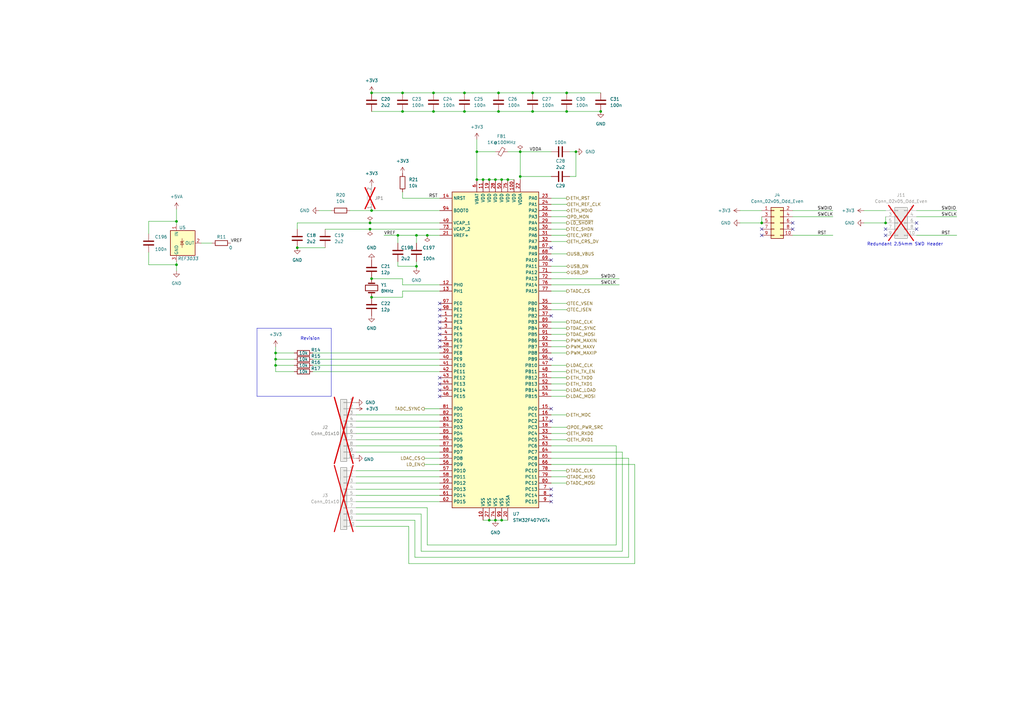
<source format=kicad_sch>
(kicad_sch (version 20230121) (generator eeschema)
  (paper "A3")
  (title_block (title "Kirdy") (date "2022-07-03") (rev "r0.1") (company "M-Labs") (comment 1 "Alex Wong Tat Hang"))
  (lib_symbols
    (symbol "Connector_Generic:Conn_01x10" (pin_names (offset 1.016) hide)
      (property "Reference" "J" (at 0 12.7 0))
      (property "Value" "Conn_01x10" (at 0 -15.24 0))
      (symbol "Conn_01x10_1_1"
        (rectangle (start -1.27 -12.573) (end 0 -12.827) (stroke (width 0.1524)))
        (rectangle (start -1.27 -10.033) (end 0 -10.287) (stroke (width 0.1524)))
        (rectangle (start -1.27 -7.493) (end 0 -7.747) (stroke (width 0.1524)))
        (rectangle (start -1.27 -4.953) (end 0 -5.207) (stroke (width 0.1524)))
        (rectangle (start -1.27 -2.413) (end 0 -2.667) (stroke (width 0.1524)))
        (rectangle (start -1.27 0.127) (end 0 -0.127) (stroke (width 0.1524)))
        (rectangle (start -1.27 2.667) (end 0 2.413) (stroke (width 0.1524)))
        (rectangle (start -1.27 5.207) (end 0 4.953) (stroke (width 0.1524)))
        (rectangle (start -1.27 7.747) (end 0 7.493) (stroke (width 0.1524)))
        (rectangle (start -1.27 10.287) (end 0 10.033) (stroke (width 0.1524)))
        (rectangle (start -1.27 11.43) (end 1.27 -13.97) (stroke (width 0.254)) (fill (type background)))
        (pin passive line (at -5.08 10.16 0) (length 3.81) (name "Pin_1") (number "1"))
        (pin passive line (at -5.08 -12.7 0) (length 3.81) (name "Pin_10") (number "10"))
        (pin passive line (at -5.08 7.62 0) (length 3.81) (name "Pin_2") (number "2"))
        (pin passive line (at -5.08 5.08 0) (length 3.81) (name "Pin_3") (number "3"))
        (pin passive line (at -5.08 2.54 0) (length 3.81) (name "Pin_4") (number "4"))
        (pin passive line (at -5.08 0 0) (length 3.81) (name "Pin_5") (number "5"))
        (pin passive line (at -5.08 -2.54 0) (length 3.81) (name "Pin_6") (number "6"))
        (pin passive line (at -5.08 -5.08 0) (length 3.81) (name "Pin_7") (number "7"))
        (pin passive line (at -5.08 -7.62 0) (length 3.81) (name "Pin_8") (number "8"))
        (pin passive line (at -5.08 -10.16 0) (length 3.81) (name "Pin_9") (number "9"))
      )
    )
    (symbol "Connector_Generic:Conn_02x05_Odd_Even" (pin_names (offset 1.016) hide)
      (property "Reference" "J" (at 1.27 7.62 0))
      (property "Value" "Conn_02x05_Odd_Even" (at 1.27 -7.62 0))
      (symbol "Conn_02x05_Odd_Even_1_1"
        (rectangle (start -1.27 -4.953) (end 0 -5.207) (stroke (width 0.1524)))
        (rectangle (start -1.27 -2.413) (end 0 -2.667) (stroke (width 0.1524)))
        (rectangle (start -1.27 0.127) (end 0 -0.127) (stroke (width 0.1524)))
        (rectangle (start -1.27 2.667) (end 0 2.413) (stroke (width 0.1524)))
        (rectangle (start -1.27 5.207) (end 0 4.953) (stroke (width 0.1524)))
        (rectangle (start -1.27 6.35) (end 3.81 -6.35) (stroke (width 0.254)) (fill (type background)))
        (rectangle (start 3.81 -4.953) (end 2.54 -5.207) (stroke (width 0.1524)))
        (rectangle (start 3.81 -2.413) (end 2.54 -2.667) (stroke (width 0.1524)))
        (rectangle (start 3.81 0.127) (end 2.54 -0.127) (stroke (width 0.1524)))
        (rectangle (start 3.81 2.667) (end 2.54 2.413) (stroke (width 0.1524)))
        (rectangle (start 3.81 5.207) (end 2.54 4.953) (stroke (width 0.1524)))
        (pin passive line (at -5.08 5.08 0) (length 3.81) (name "Pin_1") (number "1"))
        (pin passive line (at 7.62 -5.08 180) (length 3.81) (name "Pin_10") (number "10"))
        (pin passive line (at 7.62 5.08 180) (length 3.81) (name "Pin_2") (number "2"))
        (pin passive line (at -5.08 2.54 0) (length 3.81) (name "Pin_3") (number "3"))
        (pin passive line (at 7.62 2.54 180) (length 3.81) (name "Pin_4") (number "4"))
        (pin passive line (at -5.08 0 0) (length 3.81) (name "Pin_5") (number "5"))
        (pin passive line (at 7.62 0 180) (length 3.81) (name "Pin_6") (number "6"))
        (pin passive line (at -5.08 -2.54 0) (length 3.81) (name "Pin_7") (number "7"))
        (pin passive line (at 7.62 -2.54 180) (length 3.81) (name "Pin_8") (number "8"))
        (pin passive line (at -5.08 -5.08 0) (length 3.81) (name "Pin_9") (number "9"))
      )
    )
    (symbol "Device:C" (pin_numbers hide) (pin_names (offset 0.254))
      (property "Reference" "C" (at 0.635 2.54 0))
      (property "Value" "C" (at 0.635 -2.54 0))
      (symbol "C_0_1"
        (polyline (pts (xy -2.032 -0.762) (xy 2.032 -0.762)) (stroke (width 0.508)))
        (polyline (pts (xy -2.032 0.762) (xy 2.032 0.762)) (stroke (width 0.508)))
      )
      (symbol "C_1_1"
        (pin passive line (at 0 3.81 270) (length 2.794) (name "~") (number "1"))
        (pin passive line (at 0 -3.81 90) (length 2.794) (name "~") (number "2"))
      )
    )
    (symbol "Device:Crystal" (pin_numbers hide) (pin_names (offset 1.016) hide)
      (property "Reference" "Y" (at 0 3.81 0))
      (property "Value" "Crystal" (at 0 -3.81 0))
      (symbol "Crystal_0_1"
        (rectangle (start -1.143 2.54) (end 1.143 -2.54) (stroke (width 0.3048)))
        (polyline (pts (xy -2.54 0) (xy -1.905 0)))
        (polyline (pts (xy -1.905 -1.27) (xy -1.905 1.27)) (stroke (width 0.508)))
        (polyline (pts (xy 1.905 -1.27) (xy 1.905 1.27)) (stroke (width 0.508)))
        (polyline (pts (xy 2.54 0) (xy 1.905 0)))
      )
      (symbol "Crystal_1_1"
        (pin passive line (at -3.81 0 0) (length 1.27) (name "1") (number "1"))
        (pin passive line (at 3.81 0 180) (length 1.27) (name "2") (number "2"))
      )
    )
    (symbol "Device:FerriteBead_Small" (pin_numbers hide) (pin_names (offset 0))
      (property "Reference" "FB" (at 1.905 1.27 0))
      (property "Value" "FerriteBead_Small" (at 1.905 -1.27 0))
      (symbol "FerriteBead_Small_0_1"
        (polyline (pts (xy 0 -1.27) (xy 0 -0.7874)))
        (polyline (pts (xy 0 0.889) (xy 0 1.2954)))
        (polyline (pts (xy -1.8288 0.2794) (xy -1.1176 1.4986) (xy 1.8288 -0.2032) (xy 1.1176 -1.4224) (xy -1.8288 0.2794)))
      )
      (symbol "FerriteBead_Small_1_1"
        (pin passive line (at 0 2.54 270) (length 1.27) (name "~") (number "1"))
        (pin passive line (at 0 -2.54 90) (length 1.27) (name "~") (number "2"))
      )
    )
    (symbol "Device:R" (pin_numbers hide) (pin_names (offset 0))
      (property "Reference" "R" (at 2.032 0 90))
      (property "Value" "R" (at 0 0 90))
      (symbol "R_0_1"
        (rectangle (start -1.016 -2.54) (end 1.016 2.54) (stroke (width 0.254)))
      )
      (symbol "R_1_1"
        (pin passive line (at 0 3.81 270) (length 1.27) (name "~") (number "1"))
        (pin passive line (at 0 -3.81 90) (length 1.27) (name "~") (number "2"))
      )
    )
    (symbol "Jumper:Jumper_2_Open" (pin_names (offset 0) hide)
      (property "Reference" "JP" (at 0 2.794 0))
      (property "Value" "Jumper_2_Open" (at 0 -2.286 0))
      (symbol "Jumper_2_Open_0_0"
        (circle (center -2.032 0) (radius 0.508))
        (circle (center 2.032 0) (radius 0.508))
      )
      (symbol "Jumper_2_Open_0_1"
        (arc (start 1.524 1.27) (mid 0 1.778) (end -1.524 1.27))
      )
      (symbol "Jumper_2_Open_1_1"
        (pin passive line (at -5.08 0 0) (length 2.54) (name "A") (number "1"))
        (pin passive line (at 5.08 0 180) (length 2.54) (name "B") (number "2"))
      )
    )
    (symbol "MCU_ST_STM32F4:STM32F407VGTx"
      (property "Reference" "U" (at -17.78 64.77 0))
      (property "Value" "STM32F407VGTx" (at 12.7 64.77 0))
      (symbol "STM32F407VGTx_0_1"
        (rectangle (start -17.78 -66.04) (end 17.78 63.5) (stroke (width 0.254)) (fill (type background)))
      )
      (symbol "STM32F407VGTx_1_1"
        (pin bidirectional line (at -22.86 12.7 0) (length 5.08) (name "PE2") (number "1"))
        (pin power_in line (at -5.08 -71.12 90) (length 5.08) (name "VSS") (number "10"))
        (pin power_in line (at 7.62 68.58 270) (length 5.08) (name "VDD") (number "100"))
        (pin power_in line (at -5.08 68.58 270) (length 5.08) (name "VDD") (number "11"))
        (pin input line (at -22.86 25.4 0) (length 5.08) (name "PH0") (number "12"))
        (pin input line (at -22.86 22.86 0) (length 5.08) (name "PH1") (number "13"))
        (pin input line (at -22.86 60.96 0) (length 5.08) (name "NRST") (number "14"))
        (pin bidirectional line (at 22.86 -25.4 180) (length 5.08) (name "PC0") (number "15"))
        (pin bidirectional line (at 22.86 -27.94 180) (length 5.08) (name "PC1") (number "16"))
        (pin bidirectional line (at 22.86 -30.48 180) (length 5.08) (name "PC2") (number "17"))
        (pin bidirectional line (at 22.86 -33.02 180) (length 5.08) (name "PC3") (number "18"))
        (pin power_in line (at -2.54 68.58 270) (length 5.08) (name "VDD") (number "19"))
        (pin bidirectional line (at -22.86 10.16 0) (length 5.08) (name "PE3") (number "2"))
        (pin power_in line (at 5.08 -71.12 90) (length 5.08) (name "VSSA") (number "20"))
        (pin power_in line (at -22.86 45.72 0) (length 5.08) (name "VREF+") (number "21"))
        (pin power_in line (at 10.16 68.58 270) (length 5.08) (name "VDDA") (number "22"))
        (pin bidirectional line (at 22.86 60.96 180) (length 5.08) (name "PA0") (number "23"))
        (pin bidirectional line (at 22.86 58.42 180) (length 5.08) (name "PA1") (number "24"))
        (pin bidirectional line (at 22.86 55.88 180) (length 5.08) (name "PA2") (number "25"))
        (pin bidirectional line (at 22.86 53.34 180) (length 5.08) (name "PA3") (number "26"))
        (pin power_in line (at -2.54 -71.12 90) (length 5.08) (name "VSS") (number "27"))
        (pin power_in line (at 0 68.58 270) (length 5.08) (name "VDD") (number "28"))
        (pin bidirectional line (at 22.86 50.8 180) (length 5.08) (name "PA4") (number "29"))
        (pin bidirectional line (at -22.86 7.62 0) (length 5.08) (name "PE4") (number "3"))
        (pin bidirectional line (at 22.86 48.26 180) (length 5.08) (name "PA5") (number "30"))
        (pin bidirectional line (at 22.86 45.72 180) (length 5.08) (name "PA6") (number "31"))
        (pin bidirectional line (at 22.86 43.18 180) (length 5.08) (name "PA7") (number "32"))
        (pin bidirectional line (at 22.86 -35.56 180) (length 5.08) (name "PC4") (number "33"))
        (pin bidirectional line (at 22.86 -38.1 180) (length 5.08) (name "PC5") (number "34"))
        (pin bidirectional line (at 22.86 17.78 180) (length 5.08) (name "PB0") (number "35"))
        (pin bidirectional line (at 22.86 15.24 180) (length 5.08) (name "PB1") (number "36"))
        (pin bidirectional line (at 22.86 12.7 180) (length 5.08) (name "PB2") (number "37"))
        (pin bidirectional line (at -22.86 0 0) (length 5.08) (name "PE7") (number "38"))
        (pin bidirectional line (at -22.86 -2.54 0) (length 5.08) (name "PE8") (number "39"))
        (pin bidirectional line (at -22.86 5.08 0) (length 5.08) (name "PE5") (number "4"))
        (pin bidirectional line (at -22.86 -5.08 0) (length 5.08) (name "PE9") (number "40"))
        (pin bidirectional line (at -22.86 -7.62 0) (length 5.08) (name "PE10") (number "41"))
        (pin bidirectional line (at -22.86 -10.16 0) (length 5.08) (name "PE11") (number "42"))
        (pin bidirectional line (at -22.86 -12.7 0) (length 5.08) (name "PE12") (number "43"))
        (pin bidirectional line (at -22.86 -15.24 0) (length 5.08) (name "PE13") (number "44"))
        (pin bidirectional line (at -22.86 -17.78 0) (length 5.08) (name "PE14") (number "45"))
        (pin bidirectional line (at -22.86 -20.32 0) (length 5.08) (name "PE15") (number "46"))
        (pin bidirectional line (at 22.86 -7.62 180) (length 5.08) (name "PB10") (number "47"))
        (pin bidirectional line (at 22.86 -10.16 180) (length 5.08) (name "PB11") (number "48"))
        (pin power_in line (at -22.86 50.8 0) (length 5.08) (name "VCAP_1") (number "49"))
        (pin bidirectional line (at -22.86 2.54 0) (length 5.08) (name "PE6") (number "5"))
        (pin power_in line (at 2.54 68.58 270) (length 5.08) (name "VDD") (number "50"))
        (pin bidirectional line (at 22.86 -12.7 180) (length 5.08) (name "PB12") (number "51"))
        (pin bidirectional line (at 22.86 -15.24 180) (length 5.08) (name "PB13") (number "52"))
        (pin bidirectional line (at 22.86 -17.78 180) (length 5.08) (name "PB14") (number "53"))
        (pin bidirectional line (at 22.86 -20.32 180) (length 5.08) (name "PB15") (number "54"))
        (pin bidirectional line (at -22.86 -45.72 0) (length 5.08) (name "PD8") (number "55"))
        (pin bidirectional line (at -22.86 -48.26 0) (length 5.08) (name "PD9") (number "56"))
        (pin bidirectional line (at -22.86 -50.8 0) (length 5.08) (name "PD10") (number "57"))
        (pin bidirectional line (at -22.86 -53.34 0) (length 5.08) (name "PD11") (number "58"))
        (pin bidirectional line (at -22.86 -55.88 0) (length 5.08) (name "PD12") (number "59"))
        (pin power_in line (at -7.62 68.58 270) (length 5.08) (name "VBAT") (number "6"))
        (pin bidirectional line (at -22.86 -58.42 0) (length 5.08) (name "PD13") (number "60"))
        (pin bidirectional line (at -22.86 -60.96 0) (length 5.08) (name "PD14") (number "61"))
        (pin bidirectional line (at -22.86 -63.5 0) (length 5.08) (name "PD15") (number "62"))
        (pin bidirectional line (at 22.86 -40.64 180) (length 5.08) (name "PC6") (number "63"))
        (pin bidirectional line (at 22.86 -43.18 180) (length 5.08) (name "PC7") (number "64"))
        (pin bidirectional line (at 22.86 -45.72 180) (length 5.08) (name "PC8") (number "65"))
        (pin bidirectional line (at 22.86 -48.26 180) (length 5.08) (name "PC9") (number "66"))
        (pin bidirectional line (at 22.86 40.64 180) (length 5.08) (name "PA8") (number "67"))
        (pin bidirectional line (at 22.86 38.1 180) (length 5.08) (name "PA9") (number "68"))
        (pin bidirectional line (at 22.86 35.56 180) (length 5.08) (name "PA10") (number "69"))
        (pin bidirectional line (at 22.86 -58.42 180) (length 5.08) (name "PC13") (number "7"))
        (pin bidirectional line (at 22.86 33.02 180) (length 5.08) (name "PA11") (number "70"))
        (pin bidirectional line (at 22.86 30.48 180) (length 5.08) (name "PA12") (number "71"))
        (pin bidirectional line (at 22.86 27.94 180) (length 5.08) (name "PA13") (number "72"))
        (pin power_in line (at -22.86 48.26 0) (length 5.08) (name "VCAP_2") (number "73"))
        (pin power_in line (at 0 -71.12 90) (length 5.08) (name "VSS") (number "74"))
        (pin power_in line (at 5.08 68.58 270) (length 5.08) (name "VDD") (number "75"))
        (pin bidirectional line (at 22.86 25.4 180) (length 5.08) (name "PA14") (number "76"))
        (pin bidirectional line (at 22.86 22.86 180) (length 5.08) (name "PA15") (number "77"))
        (pin bidirectional line (at 22.86 -50.8 180) (length 5.08) (name "PC10") (number "78"))
        (pin bidirectional line (at 22.86 -53.34 180) (length 5.08) (name "PC11") (number "79"))
        (pin bidirectional line (at 22.86 -60.96 180) (length 5.08) (name "PC14") (number "8"))
        (pin bidirectional line (at 22.86 -55.88 180) (length 5.08) (name "PC12") (number "80"))
        (pin bidirectional line (at -22.86 -25.4 0) (length 5.08) (name "PD0") (number "81"))
        (pin bidirectional line (at -22.86 -27.94 0) (length 5.08) (name "PD1") (number "82"))
        (pin bidirectional line (at -22.86 -30.48 0) (length 5.08) (name "PD2") (number "83"))
        (pin bidirectional line (at -22.86 -33.02 0) (length 5.08) (name "PD3") (number "84"))
        (pin bidirectional line (at -22.86 -35.56 0) (length 5.08) (name "PD4") (number "85"))
        (pin bidirectional line (at -22.86 -38.1 0) (length 5.08) (name "PD5") (number "86"))
        (pin bidirectional line (at -22.86 -40.64 0) (length 5.08) (name "PD6") (number "87"))
        (pin bidirectional line (at -22.86 -43.18 0) (length 5.08) (name "PD7") (number "88"))
        (pin bidirectional line (at 22.86 10.16 180) (length 5.08) (name "PB3") (number "89"))
        (pin bidirectional line (at 22.86 -63.5 180) (length 5.08) (name "PC15") (number "9"))
        (pin bidirectional line (at 22.86 7.62 180) (length 5.08) (name "PB4") (number "90"))
        (pin bidirectional line (at 22.86 5.08 180) (length 5.08) (name "PB5") (number "91"))
        (pin bidirectional line (at 22.86 2.54 180) (length 5.08) (name "PB6") (number "92"))
        (pin bidirectional line (at 22.86 0 180) (length 5.08) (name "PB7") (number "93"))
        (pin input line (at -22.86 55.88 0) (length 5.08) (name "BOOT0") (number "94"))
        (pin bidirectional line (at 22.86 -2.54 180) (length 5.08) (name "PB8") (number "95"))
        (pin bidirectional line (at 22.86 -5.08 180) (length 5.08) (name "PB9") (number "96"))
        (pin bidirectional line (at -22.86 17.78 0) (length 5.08) (name "PE0") (number "97"))
        (pin bidirectional line (at -22.86 15.24 0) (length 5.08) (name "PE1") (number "98"))
        (pin power_in line (at 2.54 -71.12 90) (length 5.08) (name "VSS") (number "99"))
      )
    )
    (symbol "Reference_Voltage:REF3033" (pin_names (offset 0.254))
      (property "Reference" "U" (at 0 6.35 0))
      (property "Value" "REF3033" (at 2.54 -6.35 0))
      (symbol "REF3033_0_1"
        (rectangle (start -5.08 5.08) (end 5.08 -5.08) (stroke (width 0.254)) (fill (type background)))
        (polyline (pts (xy -0.254 1.905) (xy -0.254 -1.905)))
        (polyline (pts (xy -0.889 -0.635) (xy 0.381 -0.635) (xy -0.254 0.635) (xy -0.889 -0.635)))
        (polyline (pts (xy 0.381 1.016) (xy 0.381 0.635) (xy -0.889 0.635) (xy -0.889 0.254)))
      )
      (symbol "REF3033_1_1"
        (pin power_in line (at -2.54 7.62 270) (length 2.54) (name "IN") (number "1"))
        (pin power_out line (at 7.62 0 180) (length 2.54) (name "OUT") (number "2"))
        (pin power_in line (at -2.54 -7.62 90) (length 2.54) (name "GND") (number "3"))
      )
    )
    (symbol "power:+3V3" (power) (pin_names (offset 0))
      (property "Value" "+3V3" (at 0 3.556 0))
      (symbol "+3V3_0_1"
        (polyline (pts (xy -0.762 1.27) (xy 0 2.54)))
        (polyline (pts (xy 0 0) (xy 0 2.54)))
        (polyline (pts (xy 0 2.54) (xy 0.762 1.27)))
      )
      (symbol "+3V3_1_1"
        (pin power_in line (at 0 0 90) (length 0) hide (name "+3V3") (number "1"))
      )
    )
    (symbol "power:+5VA" (power) (pin_names (offset 0))
      (property "Value" "+5VA" (at 0 3.556 0))
      (symbol "+5VA_0_1"
        (polyline (pts (xy -0.762 1.27) (xy 0 2.54)))
        (polyline (pts (xy 0 0) (xy 0 2.54)))
        (polyline (pts (xy 0 2.54) (xy 0.762 1.27)))
      )
      (symbol "+5VA_1_1"
        (pin power_in line (at 0 0 90) (length 0) hide (name "+5VA") (number "1"))
      )
    )
    (symbol "power:GND" (power) (pin_names (offset 0))
      (property "Value" "GND" (at 0 -3.81 0))
      (symbol "GND_0_1"
        (polyline (pts (xy 0 0) (xy 0 -1.27) (xy 1.27 -1.27) (xy 0 -2.54) (xy -1.27 -1.27) (xy 0 -1.27)))
      )
      (symbol "GND_1_1"
        (pin power_in line (at 0 0 270) (length 0) hide (name "GND") (number "1"))
      )
    )
    (symbol "power:PWR_FLAG" (power) (pin_numbers hide) (pin_names (offset 0) hide)
      (property "Value" "PWR_FLAG" (at 0 3.81 0))
      (symbol "PWR_FLAG_0_0"
        (pin power_out line (at 0 0 90) (length 0) (name "pwr") (number "1"))
      )
      (symbol "PWR_FLAG_0_1"
        (polyline (pts (xy 0 0) (xy 0 1.27) (xy -1.016 1.905) (xy 0 2.54) (xy 1.016 1.905) (xy 0 1.27)))
      )
    )
  )
  (junction (at 165.1 38.1))
  (junction (at 152.4 114.3))
  (junction (at 198.12 73.66))
  (junction (at 205.74 213.36))
  (junction (at 177.8 38.1))
  (junction (at 213.36 72.39))
  (junction (at 236.22 62.23))
  (junction (at 363.22 91.44))
  (junction (at 152.4 38.1))
  (junction (at 195.58 73.66))
  (junction (at 121.92 101.6))
  (junction (at 72.39 90.805))
  (junction (at 200.66 73.66))
  (junction (at 170.815 96.52))
  (junction (at 203.2 213.36))
  (junction (at 151.765 91.44))
  (junction (at 175.26 96.52))
  (junction (at 204.47 38.1))
  (junction (at 152.4 86.36))
  (junction (at 177.8 45.72))
  (junction (at 232.41 45.72))
  (junction (at 200.66 213.36))
  (junction (at 208.28 73.66))
  (junction (at 113.03 144.78))
  (junction (at 190.5 45.72))
  (junction (at 165.1 45.72))
  (junction (at 203.2 73.66))
  (junction (at 232.41 38.1))
  (junction (at 213.36 62.23))
  (junction (at 170.815 109.22))
  (junction (at 190.5 38.1))
  (junction (at 204.47 45.72))
  (junction (at 113.03 147.32))
  (junction (at 218.44 38.1))
  (junction (at 246.38 45.72))
  (junction (at 151.765 93.98))
  (junction (at 205.74 73.66))
  (junction (at 152.4 121.92))
  (junction (at 195.58 62.23))
  (junction (at 312.42 91.44))
  (junction (at 218.44 45.72))
  (junction (at 72.39 108.585))
  (junction (at 113.03 149.86))
  (junction (at 163.195 96.52))
  (no_connect (at 312.42 96.52))
  (no_connect (at 325.12 93.98))
  (no_connect (at 325.12 91.44))
  (no_connect (at 375.92 93.98))
  (no_connect (at 180.34 157.48))
  (no_connect (at 180.34 154.94))
  (no_connect (at 375.92 91.44))
  (no_connect (at 312.42 93.98))
  (no_connect (at 363.22 96.52))
  (no_connect (at 226.06 172.72))
  (no_connect (at 363.22 93.98))
  (no_connect (at 226.06 101.6))
  (no_connect (at 226.06 200.66))
  (no_connect (at 226.06 203.2))
  (no_connect (at 226.06 205.74))
  (no_connect (at 226.06 106.68))
  (no_connect (at 226.06 129.54))
  (no_connect (at 180.34 129.54))
  (no_connect (at 180.34 124.46))
  (no_connect (at 180.34 127))
  (no_connect (at 226.06 147.32))
  (no_connect (at 226.06 167.64))
  (no_connect (at 180.34 162.56))
  (no_connect (at 180.34 160.02))
  (no_connect (at 180.34 132.08))
  (no_connect (at 180.34 134.62))
  (no_connect (at 180.34 137.16))
  (no_connect (at 180.34 139.7))
  (no_connect (at 180.34 142.24))
  (wire (pts (xy 226.06 180.34) (xy 232.41 180.34)))
  (wire (pts (xy 146.05 205.74) (xy 180.34 205.74)))
  (wire (pts (xy 226.06 170.18) (xy 232.41 170.18)))
  (wire (pts (xy 226.06 160.02) (xy 232.41 160.02)))
  (wire (pts (xy 226.06 99.06) (xy 232.41 99.06)))
  (wire (pts (xy 165.1 116.84) (xy 180.34 116.84)))
  (wire (pts (xy 226.06 104.14) (xy 232.41 104.14)))
  (wire (pts (xy 170.815 109.22) (xy 170.815 109.855)))
  (wire (pts (xy 146.05 203.2) (xy 180.34 203.2)))
  (wire (pts (xy 72.39 85.725) (xy 72.39 90.805)))
  (wire (pts (xy 226.06 86.36) (xy 232.41 86.36)))
  (polyline (pts (xy 105.41 162.56) (xy 135.89 162.56)))
  (wire (pts (xy 175.26 96.52) (xy 180.34 96.52)))
  (wire (pts (xy 257.81 187.96) (xy 257.81 228.6)))
  (wire (pts (xy 198.12 213.36) (xy 200.66 213.36)))
  (wire (pts (xy 218.44 45.72) (xy 232.41 45.72)))
  (wire (pts (xy 312.42 88.9) (xy 312.42 91.44)))
  (wire (pts (xy 165.1 81.28) (xy 180.34 81.28)))
  (wire (pts (xy 233.68 72.39) (xy 236.22 72.39)))
  (wire (pts (xy 375.92 86.36) (xy 392.43 86.36)))
  (wire (pts (xy 172.72 226.06) (xy 172.72 210.82)))
  (wire (pts (xy 146.05 172.72) (xy 180.34 172.72)))
  (wire (pts (xy 72.39 108.585) (xy 60.96 108.585)))
  (wire (pts (xy 195.58 62.23) (xy 203.2 62.23)))
  (wire (pts (xy 175.26 223.52) (xy 175.26 208.28)))
  (wire (pts (xy 121.92 101.6) (xy 133.35 101.6)))
  (wire (pts (xy 170.815 96.52) (xy 170.815 99.695)))
  (wire (pts (xy 175.26 208.28) (xy 146.05 208.28)))
  (wire (pts (xy 173.99 187.96) (xy 180.34 187.96)))
  (wire (pts (xy 325.12 96.52) (xy 341.63 96.52)))
  (wire (pts (xy 203.2 213.36) (xy 205.74 213.36)))
  (wire (pts (xy 226.06 139.7) (xy 232.41 139.7)))
  (polyline (pts (xy 135.89 162.56) (xy 135.89 134.62)))
  (wire (pts (xy 226.06 116.84) (xy 254 116.84)))
  (wire (pts (xy 170.18 228.6) (xy 170.18 213.36)))
  (wire (pts (xy 204.47 38.1) (xy 218.44 38.1)))
  (wire (pts (xy 113.03 152.4) (xy 120.65 152.4)))
  (wire (pts (xy 151.765 91.44) (xy 180.34 91.44)))
  (wire (pts (xy 128.27 149.86) (xy 180.34 149.86)))
  (wire (pts (xy 260.35 231.14) (xy 167.64 231.14)))
  (wire (pts (xy 170.815 107.315) (xy 170.815 109.22)))
  (wire (pts (xy 113.03 149.86) (xy 120.65 149.86)))
  (wire (pts (xy 152.4 45.72) (xy 165.1 45.72)))
  (wire (pts (xy 128.27 147.32) (xy 180.34 147.32)))
  (wire (pts (xy 72.39 107.315) (xy 72.39 108.585)))
  (wire (pts (xy 354.33 86.36) (xy 363.22 86.36)))
  (wire (pts (xy 165.1 119.38) (xy 165.1 121.92)))
  (wire (pts (xy 208.28 62.23) (xy 213.36 62.23)))
  (wire (pts (xy 146.05 170.18) (xy 180.34 170.18)))
  (wire (pts (xy 146.05 193.04) (xy 180.34 193.04)))
  (wire (pts (xy 167.64 215.9) (xy 146.05 215.9)))
  (wire (pts (xy 133.35 93.98) (xy 151.765 93.98)))
  (wire (pts (xy 226.06 177.8) (xy 232.41 177.8)))
  (wire (pts (xy 226.06 193.04) (xy 232.41 193.04)))
  (wire (pts (xy 165.1 81.28) (xy 165.1 78.74)))
  (wire (pts (xy 170.18 213.36) (xy 146.05 213.36)))
  (wire (pts (xy 72.39 90.805) (xy 72.39 92.075)))
  (wire (pts (xy 113.03 147.32) (xy 113.03 149.86)))
  (wire (pts (xy 255.27 226.06) (xy 172.72 226.06)))
  (wire (pts (xy 226.06 154.94) (xy 232.41 154.94)))
  (wire (pts (xy 146.05 195.58) (xy 180.34 195.58)))
  (wire (pts (xy 213.36 62.23) (xy 213.36 72.39)))
  (wire (pts (xy 226.06 111.76) (xy 232.41 111.76)))
  (wire (pts (xy 226.06 134.62) (xy 232.41 134.62)))
  (wire (pts (xy 226.06 182.88) (xy 252.73 182.88)))
  (wire (pts (xy 226.06 187.96) (xy 257.81 187.96)))
  (wire (pts (xy 226.06 149.86) (xy 232.41 149.86)))
  (wire (pts (xy 252.73 223.52) (xy 175.26 223.52)))
  (wire (pts (xy 82.55 99.695) (xy 86.995 99.695)))
  (wire (pts (xy 226.06 137.16) (xy 232.41 137.16)))
  (wire (pts (xy 226.06 185.42) (xy 255.27 185.42)))
  (wire (pts (xy 226.06 93.98) (xy 232.41 93.98)))
  (wire (pts (xy 177.8 38.1) (xy 190.5 38.1)))
  (wire (pts (xy 200.66 213.36) (xy 203.2 213.36)))
  (wire (pts (xy 252.73 182.88) (xy 252.73 223.52)))
  (wire (pts (xy 203.2 73.66) (xy 205.74 73.66)))
  (wire (pts (xy 195.58 62.23) (xy 195.58 73.66)))
  (wire (pts (xy 233.68 62.23) (xy 236.22 62.23)))
  (wire (pts (xy 157.48 96.52) (xy 163.195 96.52)))
  (wire (pts (xy 146.05 182.88) (xy 180.34 182.88)))
  (wire (pts (xy 177.8 45.72) (xy 190.5 45.72)))
  (wire (pts (xy 163.195 109.22) (xy 163.195 107.315)))
  (wire (pts (xy 226.06 190.5) (xy 260.35 190.5)))
  (wire (pts (xy 146.05 175.26) (xy 180.34 175.26)))
  (wire (pts (xy 226.06 198.12) (xy 232.41 198.12)))
  (wire (pts (xy 375.92 88.9) (xy 392.43 88.9)))
  (wire (pts (xy 232.41 38.1) (xy 246.38 38.1)))
  (wire (pts (xy 195.58 73.66) (xy 198.12 73.66)))
  (wire (pts (xy 213.36 62.23) (xy 226.06 62.23)))
  (wire (pts (xy 165.1 121.92) (xy 152.4 121.92)))
  (wire (pts (xy 113.03 144.78) (xy 113.03 147.32)))
  (wire (pts (xy 152.4 86.36) (xy 180.34 86.36)))
  (wire (pts (xy 198.12 73.66) (xy 200.66 73.66)))
  (wire (pts (xy 113.03 144.78) (xy 120.65 144.78)))
  (wire (pts (xy 113.03 149.86) (xy 113.03 152.4)))
  (wire (pts (xy 213.36 72.39) (xy 213.36 73.66)))
  (wire (pts (xy 226.06 124.46) (xy 232.41 124.46)))
  (wire (pts (xy 226.06 152.4) (xy 232.41 152.4)))
  (wire (pts (xy 325.12 86.36) (xy 341.63 86.36)))
  (polyline (pts (xy 105.41 134.62) (xy 105.41 162.56)))
  (wire (pts (xy 226.06 195.58) (xy 232.41 195.58)))
  (wire (pts (xy 146.05 198.12) (xy 180.34 198.12)))
  (wire (pts (xy 375.92 96.52) (xy 392.43 96.52)))
  (wire (pts (xy 163.195 96.52) (xy 170.815 96.52)))
  (wire (pts (xy 113.03 147.32) (xy 120.65 147.32)))
  (wire (pts (xy 208.28 73.66) (xy 210.82 73.66)))
  (wire (pts (xy 165.1 45.72) (xy 177.8 45.72)))
  (wire (pts (xy 165.1 119.38) (xy 180.34 119.38)))
  (wire (pts (xy 226.06 142.24) (xy 232.41 142.24)))
  (wire (pts (xy 165.1 116.84) (xy 165.1 114.3)))
  (wire (pts (xy 226.06 132.08) (xy 232.41 132.08)))
  (wire (pts (xy 121.92 93.98) (xy 121.92 91.44)))
  (wire (pts (xy 146.05 185.42) (xy 180.34 185.42)))
  (wire (pts (xy 213.36 72.39) (xy 226.06 72.39)))
  (wire (pts (xy 236.22 72.39) (xy 236.22 62.23)))
  (wire (pts (xy 205.74 73.66) (xy 208.28 73.66)))
  (wire (pts (xy 226.06 109.22) (xy 232.41 109.22)))
  (wire (pts (xy 113.03 142.24) (xy 113.03 144.78)))
  (wire (pts (xy 146.05 200.66) (xy 180.34 200.66)))
  (wire (pts (xy 163.195 99.695) (xy 163.195 96.52)))
  (wire (pts (xy 303.53 91.44) (xy 312.42 91.44)))
  (wire (pts (xy 218.44 38.1) (xy 232.41 38.1)))
  (wire (pts (xy 226.06 175.26) (xy 232.41 175.26)))
  (wire (pts (xy 226.06 88.9) (xy 232.41 88.9)))
  (wire (pts (xy 60.96 95.885) (xy 60.96 90.805)))
  (wire (pts (xy 232.41 45.72) (xy 246.38 45.72)))
  (wire (pts (xy 226.06 96.52) (xy 232.41 96.52)))
  (wire (pts (xy 195.58 57.15) (xy 195.58 62.23)))
  (wire (pts (xy 226.06 119.38) (xy 232.41 119.38)))
  (wire (pts (xy 173.99 190.5) (xy 180.34 190.5)))
  (wire (pts (xy 72.39 108.585) (xy 72.39 111.125)))
  (wire (pts (xy 190.5 38.1) (xy 204.47 38.1)))
  (wire (pts (xy 165.1 38.1) (xy 177.8 38.1)))
  (wire (pts (xy 260.35 190.5) (xy 260.35 231.14)))
  (wire (pts (xy 363.22 88.9) (xy 363.22 91.44)))
  (wire (pts (xy 152.4 38.1) (xy 165.1 38.1)))
  (wire (pts (xy 204.47 45.72) (xy 218.44 45.72)))
  (wire (pts (xy 257.81 228.6) (xy 170.18 228.6)))
  (wire (pts (xy 60.96 90.805) (xy 72.39 90.805)))
  (wire (pts (xy 170.815 109.22) (xy 163.195 109.22)))
  (wire (pts (xy 226.06 127) (xy 232.41 127)))
  (wire (pts (xy 146.05 180.34) (xy 180.34 180.34)))
  (wire (pts (xy 226.06 81.28) (xy 232.41 81.28)))
  (wire (pts (xy 226.06 83.82) (xy 232.41 83.82)))
  (wire (pts (xy 151.765 93.98) (xy 180.34 93.98)))
  (wire (pts (xy 205.74 213.36) (xy 208.28 213.36)))
  (wire (pts (xy 303.53 86.36) (xy 312.42 86.36)))
  (wire (pts (xy 226.06 144.78) (xy 232.41 144.78)))
  (wire (pts (xy 172.72 210.82) (xy 146.05 210.82)))
  (wire (pts (xy 165.1 114.3) (xy 152.4 114.3)))
  (polyline (pts (xy 105.41 134.62) (xy 135.89 134.62)))
  (wire (pts (xy 143.51 86.36) (xy 152.4 86.36)))
  (wire (pts (xy 226.06 91.44) (xy 232.41 91.44)))
  (wire (pts (xy 130.81 86.36) (xy 135.89 86.36)))
  (wire (pts (xy 121.92 91.44) (xy 151.765 91.44)))
  (wire (pts (xy 226.06 162.56) (xy 232.41 162.56)))
  (wire (pts (xy 190.5 45.72) (xy 204.47 45.72)))
  (wire (pts (xy 170.815 96.52) (xy 175.26 96.52)))
  (wire (pts (xy 128.27 144.78) (xy 180.34 144.78)))
  (wire (pts (xy 226.06 114.3) (xy 254 114.3)))
  (wire (pts (xy 226.06 157.48) (xy 232.41 157.48)))
  (wire (pts (xy 167.64 231.14) (xy 167.64 215.9)))
  (wire (pts (xy 255.27 185.42) (xy 255.27 226.06)))
  (wire (pts (xy 60.96 108.585) (xy 60.96 103.505)))
  (wire (pts (xy 146.05 177.8) (xy 180.34 177.8)))
  (wire (pts (xy 325.12 88.9) (xy 341.63 88.9)))
  (wire (pts (xy 173.99 167.64) (xy 180.34 167.64)))
  (wire (pts (xy 354.33 91.44) (xy 363.22 91.44)))
  (wire (pts (xy 128.27 152.4) (xy 180.34 152.4)))
  (wire (pts (xy 200.66 73.66) (xy 203.2 73.66)))
  (text "Redundant 2.54mm SWD Header" (at 355.6 100.965 0) (effects (font (size 1.27 1.27)) (justify left bottom)))
  (text "Revision\n" (at 123.19 139.7 0) (effects (font (size 1.27 1.27)) (justify left bottom)))
  (label "SWDIO" (at 246.38 114.3 0))
  (label "SWCLK" (at 335.28 88.9 0))
  (label "SWCLK" (at 386.08 88.9 0))
  (label "RST" (at 386.08 96.52 0))
  (label "SWDIO" (at 335.28 86.36 0))
  (label "VREF" (at 157.48 96.52 0))
  (label "SWDIO" (at 386.08 86.36 0))
  (label "VDDA" (at 217.17 62.23 0))
  (label "RST" (at 335.28 96.52 0))
  (label "VREF" (at 94.615 99.695 0))
  (label "SWCLK" (at 246.38 116.84 0))
  (label "RST" (at 175.895 81.28 0))
  (hierarchical_label "USB_DP" (shape bidirectional) (at 232.41 111.76 0))
  (hierarchical_label "TEC_VREF" (shape input) (at 232.41 96.52 0))
  (hierarchical_label "ETH_REF_CLK" (shape input) (at 232.41 83.82 0))
  (hierarchical_label "USB_VBUS" (shape input) (at 232.41 104.14 0))
  (hierarchical_label "TADC_CLK" (shape output) (at 232.41 193.04 0))
  (hierarchical_label "TDAC_MOSI" (shape output) (at 232.41 137.16 0))
  (hierarchical_label "PWM_MAXIP" (shape output) (at 232.41 144.78 0))
  (hierarchical_label "USB_DN" (shape bidirectional) (at 232.41 109.22 0))
  (hierarchical_label "ETH_RST" (shape output) (at 232.41 81.28 0))
  (hierarchical_label "TEC_SHDN" (shape output) (at 232.41 93.98 0))
  (hierarchical_label "ETH_TXD1" (shape output) (at 232.41 157.48 0))
  (hierarchical_label "ETH_MDIO" (shape bidirectional) (at 232.41 86.36 0))
  (hierarchical_label "LDAC_MOSI" (shape output) (at 232.41 162.56 0))
  (hierarchical_label "PWM_MAXV" (shape output) (at 232.41 142.24 0))
  (hierarchical_label "POE_PWR_SRC" (shape input) (at 232.41 175.26 0))
  (hierarchical_label "TADC_CS" (shape output) (at 232.41 119.38 0))
  (hierarchical_label "ETH_RXD0" (shape input) (at 232.41 177.8 0))
  (hierarchical_label "TADC_MISO" (shape input) (at 232.41 195.58 0))
  (hierarchical_label "~{LD_SHORT}" (shape output) (at 232.41 91.44 0))
  (hierarchical_label "LDAC_CS" (shape output) (at 173.99 187.96 180))
  (hierarchical_label "TADC_MOSI" (shape output) (at 232.41 198.12 0))
  (hierarchical_label "ETH_CRS_DV" (shape input) (at 232.41 99.06 0))
  (hierarchical_label "LD_EN" (shape output) (at 173.99 190.5 180))
  (hierarchical_label "TADC_SYNC" (shape output) (at 173.99 167.64 180))
  (hierarchical_label "PWM_MAXIN" (shape output) (at 232.41 139.7 0))
  (hierarchical_label "TEC_ISEN" (shape input) (at 232.41 127 0))
  (hierarchical_label "TEC_VSEN" (shape input) (at 232.41 124.46 0))
  (hierarchical_label "ETH_TX_EN" (shape output) (at 232.41 152.4 0))
  (hierarchical_label "TDAC_SYNC" (shape output) (at 232.41 134.62 0))
  (hierarchical_label "ETH_TXD0" (shape output) (at 232.41 154.94 0))
  (hierarchical_label "PD_MON" (shape input) (at 232.41 88.9 0))
  (hierarchical_label "ETH_RXD1" (shape input) (at 232.41 180.34 0))
  (hierarchical_label "LDAC_LOAD" (shape output) (at 232.41 160.02 0))
  (hierarchical_label "ETH_MDC" (shape output) (at 232.41 170.18 0))
  (hierarchical_label "LDAC_CLK" (shape output) (at 232.41 149.86 0))
  (hierarchical_label "TDAC_CLK" (shape output) (at 232.41 132.08 0))
  (symbol (lib_id "Connector_Generic:Conn_02x05_Odd_Even") (at 317.5 91.44 0) (unit 1)
    (property "Reference" "J4" (at 318.77 80.01 0))
    (property "Value" "Conn_02x05_Odd_Even" (at 318.77 82.55 0))
    (property "Footprint" "kirdy:Adafuit_SWD_Header_4048" (effects hide))
    (property "Datasheet" "https://www.mouser.hk/datasheet/2/737/Adafruit_4048_Web-3358014.pdf" (effects hide))
    (property "MFR_PN" "4048" (effects hide))
  )
  (symbol (lib_id "Device:FerriteBead_Small") (at 205.74 62.23 90) (unit 1)
    (property "Reference" "FB1" (at 205.7019 55.88 90))
    (property "Value" "1K@100MHz" (at 205.7019 58.42 90))
    (property "Footprint" "Inductor_SMD:L_1210_3225Metric" (effects hide))
    (property "MFR_PN" "FBMH3225HM102NT" (effects hide))
    (property "MFR_PN_ALT" "FBMH3225HM102NTV" (effects hide))
  )
  (symbol (lib_id "Device:C") (at 170.815 103.505 180) (unit 1)
    (property "Reference" "C197" (at 175.895 101.6 0))
    (property "Value" "100n" (at 175.895 106.045 0))
    (property "Footprint" "Capacitor_SMD:C_0603_1608Metric" (effects hide))
    (property "MFR_PN" "CL10B104KB8NNWC" (effects hide))
    (property "MFR_PN_ALT" "CL10B104KB8NNNL" (effects hide))
  )
  (symbol (lib_id "power:+3V3") (at 152.4 76.2 0) (unit 1)
    (property "Reference" "#PWR045" (effects hide))
    (property "Value" "+3V3" (at 152.4 71.12 0))
  )
  (symbol (lib_id "Device:C") (at 133.35 97.79 0) (unit 1)
    (property "Reference" "C19" (at 137.16 96.5199 0) (effects (justify left)))
    (property "Value" "2u2" (at 137.16 99.0599 0) (effects (justify left)))
    (property "Footprint" "Capacitor_SMD:C_0603_1608Metric" (effects hide))
    (property "MFR_PN" "CL10B225KP8NNNC" (effects hide))
    (property "MFR_PN_ALT" "CGA3E1X7R0J225K080AC" (effects hide))
  )
  (symbol (lib_id "power:PWR_FLAG") (at 213.36 62.23 0) (unit 1)
    (property "Reference" "#FLG08" (effects hide))
    (property "Value" "PWR_FLAG" (effects hide))
  )
  (symbol (lib_id "Connector_Generic:Conn_01x10") (at 140.97 175.26 0) (mirror y) (unit 1) (dnp yes)
    (property "Reference" "J2" (at 133.35 175.26 0))
    (property "Value" "Conn_01x10" (at 133.35 177.8 0))
    (property "Footprint" "Connector_PinHeader_2.54mm:PinHeader_1x10_P2.54mm_Vertical" (effects hide))
  )
  (symbol (lib_id "Device:R") (at 165.1 74.93 0) (unit 1)
    (property "Reference" "R21" (at 167.64 73.6599 0) (effects (justify left)))
    (property "Value" "10k" (at 167.64 76.1999 0) (effects (justify left)))
    (property "Footprint" "Resistor_SMD:R_0603_1608Metric" (effects hide))
    (property "MFR_PN" "RNCP0603FTD10K0" (effects hide))
    (property "MFR_PN_ALT" "RMCF0603FT10K0" (effects hide))
  )
  (symbol (lib_id "Device:C") (at 60.96 99.695 0) (unit 1)
    (property "Reference" "C196" (at 63.5 97.155 0) (effects (justify left)))
    (property "Value" "100n" (at 63.5 102.235 0) (effects (justify left)))
    (property "Footprint" "Capacitor_SMD:C_0603_1608Metric" (effects hide))
    (property "MFR_PN" "CL10B104KB8NNWC" (effects hide))
    (property "MFR_PN_ALT" "CL10B104KB8NNNL" (effects hide))
  )
  (symbol (lib_id "Device:C") (at 177.8 41.91 0) (unit 1)
    (property "Reference" "C24" (at 181.61 40.6399 0) (effects (justify left)))
    (property "Value" "100n" (at 181.61 43.1799 0) (effects (justify left)))
    (property "Footprint" "Capacitor_SMD:C_0603_1608Metric" (effects hide))
    (property "MFR_PN" "CL10B104KB8NNWC" (effects hide))
    (property "MFR_PN_ALT" "CL10B104KB8NNNL" (effects hide))
  )
  (symbol (lib_id "Device:C") (at 232.41 41.91 0) (unit 1)
    (property "Reference" "C30" (at 236.22 40.6399 0) (effects (justify left)))
    (property "Value" "100n" (at 236.22 43.1799 0) (effects (justify left)))
    (property "Footprint" "Capacitor_SMD:C_0603_1608Metric" (effects hide))
    (property "MFR_PN" "CL10B104KB8NNWC" (effects hide))
    (property "MFR_PN_ALT" "CL10B104KB8NNNL" (effects hide))
  )
  (symbol (lib_id "Device:C") (at 163.195 103.505 180) (unit 1)
    (property "Reference" "C198" (at 167.005 101.6 0))
    (property "Value" "2u2" (at 166.37 106.045 0))
    (property "Footprint" "Capacitor_SMD:C_0603_1608Metric" (effects hide))
    (property "MFR_PN" "CL10B225KP8NNNC" (effects hide))
    (property "MFR_PN_ALT" "CGA3E1X7R0J225K080AC" (effects hide))
  )
  (symbol (lib_id "Reference_Voltage:REF3033") (at 74.93 99.695 0) (unit 1)
    (property "Reference" "U5" (at 76.2 93.345 0) (effects (justify right)))
    (property "Value" "REF3033" (at 81.28 106.045 0) (effects (font italic) (justify right)))
    (property "Footprint" "Package_TO_SOT_SMD:SOT-23" (effects hide))
    (property "Datasheet" "http://www.ti.com/lit/ds/symlink/ref3033.pdf" (effects hide))
    (property "MFR_PN" "REF3033AIDBZR" (effects hide))
  )
  (symbol (lib_id "Device:R") (at 124.46 149.86 90) (unit 1)
    (property "Reference" "R16" (at 129.54 148.59 90))
    (property "Value" "10k" (at 124.46 149.86 90))
    (property "Footprint" "Resistor_SMD:R_0603_1608Metric" (effects hide))
    (property "MFR_PN" "RNCP0603FTD10K0" (effects hide))
    (property "MFR_PN_ALT" "RMCF0603FT10K0" (effects hide))
  )
  (symbol (lib_id "Device:C") (at 190.5 41.91 0) (unit 1)
    (property "Reference" "C25" (at 194.31 40.6399 0) (effects (justify left)))
    (property "Value" "100n" (at 194.31 43.1799 0) (effects (justify left)))
    (property "Footprint" "Capacitor_SMD:C_0603_1608Metric" (effects hide))
    (property "MFR_PN" "CL10B104KB8NNWC" (effects hide))
    (property "MFR_PN_ALT" "CL10B104KB8NNNL" (effects hide))
  )
  (symbol (lib_id "power:+3V3") (at 165.1 71.12 0) (unit 1)
    (property "Reference" "#PWR056" (effects hide))
    (property "Value" "+3V3" (at 165.1 66.04 0))
  )
  (symbol (lib_id "power:GND") (at 236.22 62.23 90) (unit 1)
    (property "Reference" "#PWR050" (effects hide))
    (property "Value" "GND" (at 240.03 62.2299 90) (effects (justify right)))
  )
  (symbol (lib_id "power:GND") (at 203.2 213.36 0) (unit 1)
    (property "Reference" "#PWR049" (effects hide))
    (property "Value" "GND" (at 203.2 218.44 0))
  )
  (symbol (lib_id "Device:C") (at 246.38 41.91 0) (unit 1)
    (property "Reference" "C31" (at 250.19 40.6399 0) (effects (justify left)))
    (property "Value" "100n" (at 250.19 43.1799 0) (effects (justify left)))
    (property "Footprint" "Capacitor_SMD:C_0603_1608Metric" (effects hide))
    (property "MFR_PN" "CL10B104KB8NNWC" (effects hide))
    (property "MFR_PN_ALT" "CL10B104KB8NNNL" (effects hide))
  )
  (symbol (lib_id "Jumper:Jumper_2_Open") (at 152.4 81.28 90) (unit 1) (dnp yes)
    (property "Reference" "JP1" (at 153.67 81.28 90) (effects (justify right)))
    (property "Value" "DNP" (effects hide))
    (property "Footprint" "Connector_PinHeader_2.54mm:PinHeader_1x02_P2.54mm_Vertical" (effects hide))
  )
  (symbol (lib_id "power:+3V3") (at 303.53 86.36 90) (unit 1)
    (property "Reference" "#PWR054" (effects hide))
    (property "Value" "+3V3" (at 299.72 86.3599 90) (effects (justify left)))
  )
  (symbol (lib_id "Device:C") (at 218.44 41.91 0) (unit 1)
    (property "Reference" "C27" (at 222.25 40.6399 0) (effects (justify left)))
    (property "Value" "100n" (at 222.25 43.1799 0) (effects (justify left)))
    (property "Footprint" "Capacitor_SMD:C_0603_1608Metric" (effects hide))
    (property "MFR_PN" "CL10B104KB8NNWC" (effects hide))
    (property "MFR_PN_ALT" "CL10B104KB8NNNL" (effects hide))
  )
  (symbol (lib_id "Device:Crystal") (at 152.4 118.11 90) (unit 1)
    (property "Reference" "Y1" (at 156.21 116.8399 90) (effects (justify right)))
    (property "Value" "8MHz" (at 156.21 119.3799 90) (effects (justify right)))
    (property "Footprint" "Crystal:Crystal_SMD_5032-2Pin_5.0x3.2mm" (effects hide))
    (property "MFR_PN" "ECS-80-12-30Q-DS-TR" (effects hide))
    (property "MFR_PN_ALT" "ECS-80-12-30-JGN-TR" (effects hide))
  )
  (symbol (lib_id "power:PWR_FLAG") (at 151.765 93.98 180) (unit 1)
    (property "Reference" "#FLG04" (effects hide))
    (property "Value" "PWR_FLAG" (effects hide))
  )
  (symbol (lib_id "Connector_Generic:Conn_02x05_Odd_Even") (at 368.3 91.44 0) (unit 1) (dnp yes)
    (property "Reference" "J11" (at 369.57 80.01 0))
    (property "Value" "Conn_02x05_Odd_Even" (at 369.57 82.55 0))
    (property "Footprint" "Connector_PinHeader_2.54mm:PinHeader_2x05_P2.54mm_Vertical" (effects hide))
  )
  (symbol (lib_id "MCU_ST_STM32F4:STM32F407VGTx") (at 203.2 142.24 0) (unit 1)
    (property "Reference" "U7" (at 210.2994 210.82 0) (effects (justify left)))
    (property "Value" "STM32F407VGTx" (at 210.2994 213.36 0) (effects (justify left)))
    (property "Footprint" "Package_QFP:LQFP-100_14x14mm_P0.5mm" (effects hide))
    (property "Datasheet" "http://www.st.com/st-web-ui/static/active/en/resource/technical/document/datasheet/DM00037051.pdf" (effects hide))
    (property "MFR_PN" "STM32F407VGT6" (effects hide))
  )
  (symbol (lib_id "Device:R") (at 124.46 147.32 90) (unit 1)
    (property "Reference" "R15" (at 129.54 146.05 90))
    (property "Value" "10k" (at 124.46 147.32 90))
    (property "Footprint" "Resistor_SMD:R_0603_1608Metric" (effects hide))
    (property "MFR_PN" "RNCP0603FTD10K0" (effects hide))
    (property "MFR_PN_ALT" "RMCF0603FT10K0" (effects hide))
  )
  (symbol (lib_id "power:PWR_FLAG") (at 151.765 91.44 0) (unit 1)
    (property "Reference" "#FLG03" (effects hide))
    (property "Value" "PWR_FLAG" (effects hide))
  )
  (symbol (lib_id "power:+3V3") (at 113.03 142.24 0) (unit 1)
    (property "Reference" "#PWR041" (effects hide))
    (property "Value" "+3V3" (at 113.03 137.16 0))
  )
  (symbol (lib_id "Device:C") (at 229.87 62.23 90) (unit 1)
    (property "Reference" "C28" (at 229.87 66.04 90))
    (property "Value" "100n" (at 229.87 58.42 90))
    (property "Footprint" "Capacitor_SMD:C_0603_1608Metric" (effects hide))
    (property "MFR_PN" "CL10B104KB8NNWC" (effects hide))
    (property "MFR_PN_ALT" "CL10B104KB8NNNL" (effects hide))
  )
  (symbol (lib_id "power:GND") (at 146.05 165.1 90) (unit 1)
    (property "Reference" "#PWR0131" (effects hide))
    (property "Value" "GND" (at 149.86 165.1 90) (effects (justify right)))
  )
  (symbol (lib_id "power:GND") (at 72.39 111.125 0) (unit 1)
    (property "Reference" "#PWR0177" (effects hide))
    (property "Value" "GND" (at 72.39 116.205 0))
  )
  (symbol (lib_id "Device:C") (at 229.87 72.39 90) (unit 1)
    (property "Reference" "C29" (at 229.87 76.2 90))
    (property "Value" "2u2" (at 229.87 68.58 90))
    (property "Footprint" "Capacitor_SMD:C_0603_1608Metric" (effects hide))
    (property "MFR_PN" "CL10B225KP8NNNC" (effects hide))
    (property "MFR_PN_ALT" "CGA3E1X7R0J225K080AC" (effects hide))
  )
  (symbol (lib_id "power:GND") (at 354.33 91.44 270) (unit 1)
    (property "Reference" "#PWR053" (effects hide))
    (property "Value" "GND" (at 350.52 91.4399 90) (effects (justify right)))
  )
  (symbol (lib_id "Device:C") (at 165.1 41.91 0) (unit 1)
    (property "Reference" "C23" (at 168.91 40.6399 0) (effects (justify left)))
    (property "Value" "100n" (at 168.91 43.1799 0) (effects (justify left)))
    (property "Footprint" "Capacitor_SMD:C_0603_1608Metric" (effects hide))
    (property "MFR_PN" "CL10B104KB8NNWC" (effects hide))
    (property "MFR_PN_ALT" "CL10B104KB8NNNL" (effects hide))
  )
  (symbol (lib_id "Device:R") (at 124.46 144.78 90) (unit 1)
    (property "Reference" "R14" (at 129.54 143.51 90))
    (property "Value" "10k" (at 124.46 144.78 90))
    (property "Footprint" "Resistor_SMD:R_0603_1608Metric" (effects hide))
    (property "MFR_PN" "RNCP0603FTD10K0" (effects hide))
    (property "MFR_PN_ALT" "RMCF0603FT10K0" (effects hide))
  )
  (symbol (lib_id "power:GND") (at 246.38 45.72 0) (unit 1)
    (property "Reference" "#PWR051" (effects hide))
    (property "Value" "GND" (at 246.38 50.8 0))
  )
  (symbol (lib_id "Device:R") (at 124.46 152.4 90) (unit 1)
    (property "Reference" "R17" (at 129.54 151.13 90))
    (property "Value" "10k" (at 124.46 152.4 90))
    (property "Footprint" "Resistor_SMD:R_0603_1608Metric" (effects hide))
    (property "MFR_PN" "RNCP0603FTD10K0" (effects hide))
    (property "MFR_PN_ALT" "RMCF0603FT10K0" (effects hide))
  )
  (symbol (lib_id "power:GND") (at 152.4 129.54 0) (unit 1)
    (property "Reference" "#PWR047" (effects hide))
    (property "Value" "GND" (at 152.4 134.62 0))
  )
  (symbol (lib_id "power:PWR_FLAG") (at 175.26 96.52 180) (unit 1)
    (property "Reference" "#FLG05" (effects hide))
    (property "Value" "PWR_FLAG" (effects hide))
  )
  (symbol (lib_id "Device:C") (at 204.47 41.91 0) (unit 1)
    (property "Reference" "C26" (at 208.28 40.6399 0) (effects (justify left)))
    (property "Value" "100n" (at 208.28 43.1799 0) (effects (justify left)))
    (property "Footprint" "Capacitor_SMD:C_0603_1608Metric" (effects hide))
    (property "MFR_PN" "CL10B104KB8NNWC" (effects hide))
    (property "MFR_PN_ALT" "CL10B104KB8NNNL" (effects hide))
  )
  (symbol (lib_id "power:GND") (at 130.81 86.36 270) (unit 1)
    (property "Reference" "#PWR043" (effects hide))
    (property "Value" "GND" (at 127 86.3599 90) (effects (justify right)))
  )
  (symbol (lib_id "Device:C") (at 121.92 97.79 0) (unit 1)
    (property "Reference" "C18" (at 125.73 96.5199 0) (effects (justify left)))
    (property "Value" "2u2" (at 125.73 99.0599 0) (effects (justify left)))
    (property "Footprint" "Capacitor_SMD:C_0603_1608Metric" (effects hide))
    (property "MFR_PN" "CL10B225KP8NNNC" (effects hide))
    (property "MFR_PN_ALT" "CGA3E1X7R0J225K080AC" (effects hide))
  )
  (symbol (lib_id "Device:R") (at 139.7 86.36 90) (unit 1)
    (property "Reference" "R20" (at 139.7 80.01 90))
    (property "Value" "10k" (at 139.7 82.55 90))
    (property "Footprint" "Resistor_SMD:R_0603_1608Metric" (effects hide))
    (property "MFR_PN" "RNCP0603FTD10K0" (effects hide))
    (property "MFR_PN_ALT" "RMCF0603FT10K0" (effects hide))
  )
  (symbol (lib_id "power:+3V3") (at 195.58 57.15 0) (unit 1)
    (property "Reference" "#PWR048" (effects hide))
    (property "Value" "+3V3" (at 195.58 52.07 0))
  )
  (symbol (lib_id "power:GND") (at 170.815 109.855 0) (unit 1)
    (property "Reference" "#PWR0178" (effects hide))
    (property "Value" "GND" (at 170.815 114.935 0))
  )
  (symbol (lib_id "power:GND") (at 146.05 187.96 90) (unit 1)
    (property "Reference" "#PWR0163" (effects hide))
    (property "Value" "GND" (at 149.225 188.3938 90) (effects (justify right)))
  )
  (symbol (lib_id "power:GND") (at 303.53 91.44 270) (unit 1)
    (property "Reference" "#PWR055" (effects hide))
    (property "Value" "GND" (at 299.72 91.4399 90) (effects (justify right)))
  )
  (symbol (lib_id "power:+3V3") (at 146.05 167.64 270) (unit 1)
    (property "Reference" "#PWR0162" (effects hide))
    (property "Value" "+3V3" (at 149.86 167.64 90) (effects (justify left)))
  )
  (symbol (lib_id "power:+5VA") (at 72.39 85.725 0) (unit 1)
    (property "Reference" "#PWR074" (effects hide))
    (property "Value" "+5VA" (at 72.39 80.645 0))
    (instances (project "kirdy" (path "" (reference "#PWR074") (unit 1)) (path "" (reference "#PWR0176") (unit 1))))
  )
  (symbol (lib_id "power:+3V3") (at 354.33 86.36 90) (unit 1)
    (property "Reference" "#PWR052" (effects hide))
    (property "Value" "+3V3" (at 350.52 86.3599 90) (effects (justify left)))
  )
  (symbol (lib_id "power:GND") (at 121.92 101.6 0) (unit 1)
    (property "Reference" "#PWR042" (effects hide))
    (property "Value" "GND" (at 121.92 106.68 0))
  )
  (symbol (lib_id "Device:C") (at 152.4 125.73 0) (unit 1)
    (property "Reference" "C22" (at 156.21 124.4599 0) (effects (justify left)))
    (property "Value" "12p" (at 156.21 126.9999 0) (effects (justify left)))
    (property "Footprint" "Capacitor_SMD:C_0603_1608Metric" (effects hide))
    (property "MFR_PN" "0603N120J500CT" (effects hide))
    (property "MFR_PN_ALT" "C0603C120K5HAC7867" (effects hide))
  )
  (symbol (lib_id "power:+3V3") (at 152.4 38.1 0) (unit 1)
    (property "Reference" "#PWR044" (effects hide))
    (property "Value" "+3V3" (at 152.4 33.02 0))
  )
  (symbol (lib_id "Device:C") (at 152.4 41.91 0) (unit 1)
    (property "Reference" "C20" (at 156.21 40.6399 0) (effects (justify left)))
    (property "Value" "2u2" (at 156.21 43.1799 0) (effects (justify left)))
    (property "Footprint" "Capacitor_SMD:C_0603_1608Metric" (effects hide))
    (property "MFR_PN" "CL10B225KP8NNNC" (effects hide))
    (property "MFR_PN_ALT" "CGA3E1X7R0J225K080AC" (effects hide))
  )
  (symbol (lib_id "Connector_Generic:Conn_01x10") (at 140.97 203.2 0) (mirror y) (unit 1) (dnp yes)
    (property "Reference" "J3" (at 133.35 203.2 0))
    (property "Value" "Conn_01x10" (at 133.35 205.74 0))
    (property "Footprint" "Connector_PinHeader_2.54mm:PinHeader_1x10_P2.54mm_Vertical" (effects hide))
  )
  (symbol (lib_id "Device:R") (at 90.805 99.695 90) (unit 1)
    (property "Reference" "R11" (at 90.805 97.155 90))
    (property "Value" "0" (at 94.615 101.6 90))
    (property "Footprint" "Resistor_SMD:R_0603_1608Metric" (effects hide))
    (property "MFR_PN" "RMCF0603ZT0R00" (effects hide))
    (property "MFR_PN_ALT" "CR0603-J/-000ELF" (effects hide))
    (instances (project "kirdy" (path "" (reference "R11") (unit 1)) (path "" (reference "R113") (unit 1))))
  )
  (symbol (lib_id "Device:C") (at 152.4 110.49 0) (unit 1)
    (property "Reference" "C21" (at 156.21 109.2199 0) (effects (justify left)))
    (property "Value" "12p" (at 156.21 111.7599 0) (effects (justify left)))
    (property "Footprint" "Capacitor_SMD:C_0603_1608Metric" (effects hide))
    (property "MFR_PN" "0603N120J500CT" (effects hide))
    (property "MFR_PN_ALT" "C0603C120K5HAC7867" (effects hide))
  )
  (symbol (lib_id "power:GND") (at 152.4 106.68 180) (unit 1)
    (property "Reference" "#PWR046" (effects hide))
    (property "Value" "GND" (at 152.4 101.6 0))
  )
)
</source>
